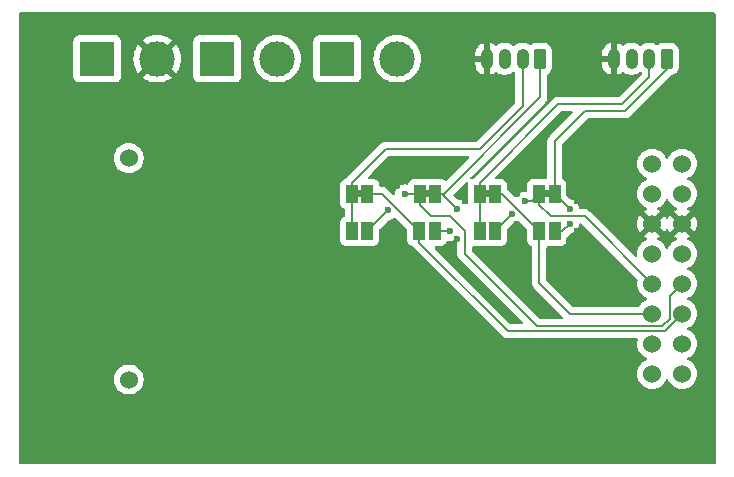
<source format=gbr>
%TF.GenerationSoftware,KiCad,Pcbnew,8.0.1*%
%TF.CreationDate,2024-09-05T21:12:14+03:00*%
%TF.ProjectId,eth-uart-breakout,6574682d-7561-4727-942d-627265616b6f,rev?*%
%TF.SameCoordinates,Original*%
%TF.FileFunction,Copper,L2,Bot*%
%TF.FilePolarity,Positive*%
%FSLAX46Y46*%
G04 Gerber Fmt 4.6, Leading zero omitted, Abs format (unit mm)*
G04 Created by KiCad (PCBNEW 8.0.1) date 2024-09-05 21:12:14*
%MOMM*%
%LPD*%
G01*
G04 APERTURE LIST*
G04 Aperture macros list*
%AMRoundRect*
0 Rectangle with rounded corners*
0 $1 Rounding radius*
0 $2 $3 $4 $5 $6 $7 $8 $9 X,Y pos of 4 corners*
0 Add a 4 corners polygon primitive as box body*
4,1,4,$2,$3,$4,$5,$6,$7,$8,$9,$2,$3,0*
0 Add four circle primitives for the rounded corners*
1,1,$1+$1,$2,$3*
1,1,$1+$1,$4,$5*
1,1,$1+$1,$6,$7*
1,1,$1+$1,$8,$9*
0 Add four rect primitives between the rounded corners*
20,1,$1+$1,$2,$3,$4,$5,0*
20,1,$1+$1,$4,$5,$6,$7,0*
20,1,$1+$1,$6,$7,$8,$9,0*
20,1,$1+$1,$8,$9,$2,$3,0*%
G04 Aperture macros list end*
%TA.AperFunction,EtchedComponent*%
%ADD10C,0.000000*%
%TD*%
%TA.AperFunction,ComponentPad*%
%ADD11RoundRect,0.250000X0.265000X0.615000X-0.265000X0.615000X-0.265000X-0.615000X0.265000X-0.615000X0*%
%TD*%
%TA.AperFunction,ComponentPad*%
%ADD12O,1.030000X1.730000*%
%TD*%
%TA.AperFunction,ComponentPad*%
%ADD13R,3.000000X3.000000*%
%TD*%
%TA.AperFunction,ComponentPad*%
%ADD14C,3.000000*%
%TD*%
%TA.AperFunction,ComponentPad*%
%ADD15C,1.524000*%
%TD*%
%TA.AperFunction,SMDPad,CuDef*%
%ADD16R,1.000000X1.500000*%
%TD*%
%TA.AperFunction,ViaPad*%
%ADD17C,0.600000*%
%TD*%
%TA.AperFunction,Conductor*%
%ADD18C,0.200000*%
%TD*%
G04 APERTURE END LIST*
D10*
%TA.AperFunction,EtchedComponent*%
%TO.C,JP1*%
G36*
X86655000Y-72690000D02*
G01*
X86155000Y-72690000D01*
X86155000Y-72090000D01*
X86655000Y-72090000D01*
X86655000Y-72690000D01*
G37*
%TD.AperFunction*%
%TA.AperFunction,EtchedComponent*%
%TO.C,JP3*%
G36*
X96755000Y-72690000D02*
G01*
X96255000Y-72690000D01*
X96255000Y-72090000D01*
X96755000Y-72090000D01*
X96755000Y-72690000D01*
G37*
%TD.AperFunction*%
%TA.AperFunction,EtchedComponent*%
%TO.C,JP2*%
G36*
X80910000Y-72690000D02*
G01*
X80410000Y-72690000D01*
X80410000Y-72090000D01*
X80910000Y-72090000D01*
X80910000Y-72690000D01*
G37*
%TD.AperFunction*%
%TA.AperFunction,EtchedComponent*%
%TO.C,JP4*%
G36*
X91705000Y-72690000D02*
G01*
X91205000Y-72690000D01*
X91205000Y-72090000D01*
X91705000Y-72090000D01*
X91705000Y-72690000D01*
G37*
%TD.AperFunction*%
%TD*%
D11*
%TO.P,J2,1,Pin_1*%
%TO.N,/jst_conn1/TX*%
X106680000Y-60960000D03*
D12*
%TO.P,J2,2,Pin_2*%
%TO.N,/jst_conn1/RX*%
X105180000Y-60960000D03*
%TO.P,J2,3,Pin_3*%
%TO.N,/jst_conn1/VCC*%
X103680000Y-60960000D03*
%TO.P,J2,4,Pin_4*%
%TO.N,GND*%
X102180000Y-60960000D03*
%TD*%
D13*
%TO.P,J4,1,Pin_1*%
%TO.N,+5V*%
X68580000Y-60960000D03*
D14*
%TO.P,J4,2,Pin_2*%
%TO.N,/jst_conn/VCC*%
X73660000Y-60960000D03*
%TD*%
D13*
%TO.P,J3,1,Pin_1*%
%TO.N,+5V*%
X58420000Y-60960000D03*
D14*
%TO.P,J3,2,Pin_2*%
%TO.N,GND*%
X63500000Y-60960000D03*
%TD*%
D15*
%TO.P,U1,1,5V*%
%TO.N,+5V*%
X107950000Y-69850000D03*
%TO.P,U1,2,5V*%
X105410000Y-69850000D03*
%TO.P,U1,3,3V3*%
%TO.N,unconnected-(U1-3V3-Pad3)*%
X107950000Y-72390000D03*
%TO.P,U1,4,3V3*%
%TO.N,unconnected-(U1-3V3-Pad4)*%
X105410000Y-72390000D03*
%TO.P,U1,5,GND*%
%TO.N,GND*%
X107950000Y-74930000D03*
%TO.P,U1,6,GND*%
X105410000Y-74930000D03*
%TO.P,U1,7,RST1*%
%TO.N,unconnected-(U1-RST1-Pad7)*%
X107950000Y-77470000D03*
%TO.P,U1,8,RESET*%
%TO.N,unconnected-(U1-RESET-Pad8)*%
X105410000Y-77470000D03*
%TO.P,U1,9,TXD1*%
%TO.N,Net-(JP1-A)*%
X107950000Y-80010000D03*
%TO.P,U1,10,TXD2*%
%TO.N,Net-(JP3-A)*%
X105410000Y-80010000D03*
%TO.P,U1,11,RXD1*%
%TO.N,Net-(JP2-A)*%
X107950000Y-82550000D03*
%TO.P,U1,12,RXD2*%
%TO.N,Net-(JP4-A)*%
X105410000Y-82550000D03*
%TO.P,U1,13,CFG0*%
%TO.N,unconnected-(U1-CFG0-Pad13)*%
X107950000Y-85090000D03*
%TO.P,U1,14,RUN*%
%TO.N,unconnected-(U1-RUN-Pad14)*%
X105410000Y-85090000D03*
%TO.P,U1,15,DIR1*%
%TO.N,unconnected-(U1-DIR1-Pad15)*%
X107950000Y-87630000D03*
%TO.P,U1,16,DIR2*%
%TO.N,unconnected-(U1-DIR2-Pad16)*%
X105410000Y-87630000D03*
%TO.P,U1,17,NC*%
%TO.N,unconnected-(U1-NC-Pad17)*%
X61100000Y-69365000D03*
%TO.P,U1,18,NC*%
%TO.N,unconnected-(U1-NC-Pad18)*%
X61100000Y-88115000D03*
%TD*%
D13*
%TO.P,J5,1,Pin_1*%
%TO.N,+5V*%
X78740000Y-60960000D03*
D14*
%TO.P,J5,2,Pin_2*%
%TO.N,/jst_conn1/VCC*%
X83820000Y-60960000D03*
%TD*%
D11*
%TO.P,J1,1,Pin_1*%
%TO.N,/jst_conn/TX*%
X95940000Y-60960000D03*
D12*
%TO.P,J1,2,Pin_2*%
%TO.N,/jst_conn/RX*%
X94440000Y-60960000D03*
%TO.P,J1,3,Pin_3*%
%TO.N,/jst_conn/VCC*%
X92940000Y-60960000D03*
%TO.P,J1,4,Pin_4*%
%TO.N,GND*%
X91440000Y-60960000D03*
%TD*%
D16*
%TO.P,JP7,1,A*%
%TO.N,Net-(JP3-A)*%
X92105000Y-75565000D03*
%TO.P,JP7,2,B*%
%TO.N,/jst_conn1/RX*%
X90805000Y-75565000D03*
%TD*%
%TO.P,JP1,1,A*%
%TO.N,Net-(JP1-A)*%
X85755000Y-72390000D03*
%TO.P,JP1,2,B*%
%TO.N,/jst_conn/TX*%
X87055000Y-72390000D03*
%TD*%
%TO.P,JP8,1,A*%
%TO.N,Net-(JP4-A)*%
X95855000Y-75565000D03*
%TO.P,JP8,2,B*%
%TO.N,/jst_conn1/TX*%
X97155000Y-75565000D03*
%TD*%
%TO.P,JP6,1,A*%
%TO.N,Net-(JP1-A)*%
X81295000Y-75565000D03*
%TO.P,JP6,2,B*%
%TO.N,/jst_conn/RX*%
X79995000Y-75565000D03*
%TD*%
%TO.P,JP5,1,A*%
%TO.N,Net-(JP2-A)*%
X85695000Y-75565000D03*
%TO.P,JP5,2,B*%
%TO.N,/jst_conn/TX*%
X86995000Y-75565000D03*
%TD*%
%TO.P,JP3,1,A*%
%TO.N,Net-(JP3-A)*%
X95855000Y-72390000D03*
%TO.P,JP3,2,B*%
%TO.N,/jst_conn1/TX*%
X97155000Y-72390000D03*
%TD*%
%TO.P,JP2,1,A*%
%TO.N,Net-(JP2-A)*%
X81310000Y-72390000D03*
%TO.P,JP2,2,B*%
%TO.N,/jst_conn/RX*%
X80010000Y-72390000D03*
%TD*%
%TO.P,JP4,1,A*%
%TO.N,Net-(JP4-A)*%
X92105000Y-72390000D03*
%TO.P,JP4,2,B*%
%TO.N,/jst_conn1/RX*%
X90805000Y-72390000D03*
%TD*%
D17*
%TO.N,/jst_conn/TX*%
X88900000Y-73660000D03*
X88265000Y-75565000D03*
%TO.N,GND*%
X100330000Y-81280000D03*
X75565000Y-70485000D03*
X99060000Y-59690000D03*
X88900000Y-76200000D03*
X53975000Y-89535000D03*
X89535000Y-78740000D03*
X96520000Y-59055000D03*
X102235000Y-72390000D03*
X102235000Y-79375000D03*
X83185000Y-70485000D03*
X83820000Y-71755000D03*
X81915000Y-84455000D03*
X59690000Y-80645000D03*
X78105000Y-81280000D03*
X68580000Y-76200000D03*
X99060000Y-75565000D03*
X100330000Y-87630000D03*
X83185000Y-74930000D03*
X54610000Y-74295000D03*
X88265000Y-60960000D03*
X76200000Y-88265000D03*
X108585000Y-64135000D03*
X94615000Y-59055000D03*
X93345000Y-78740000D03*
X53975000Y-67945000D03*
X93980000Y-74930000D03*
X90805000Y-87630000D03*
X92710000Y-81915000D03*
X89535000Y-73025000D03*
X105410000Y-59055000D03*
X107315000Y-59055000D03*
X53975000Y-83820000D03*
X99060000Y-73025000D03*
X93980000Y-72390000D03*
X95885000Y-81915000D03*
X67945000Y-88900000D03*
X53975000Y-60325000D03*
X99060000Y-78740000D03*
%TO.N,/jst_conn1/TX*%
X98425000Y-73660000D03*
X98425000Y-74930000D03*
%TO.N,Net-(JP1-A)*%
X83063235Y-73781765D03*
X84455000Y-72390000D03*
%TO.N,Net-(JP3-A)*%
X93540735Y-74099265D03*
X94615000Y-73025000D03*
%TD*%
D18*
%TO.N,/jst_conn/TX*%
X95940000Y-60960000D02*
X95940000Y-64205000D01*
X88900000Y-73660000D02*
X87630000Y-72390000D01*
X95940000Y-64205000D02*
X87755000Y-72390000D01*
X87630000Y-72390000D02*
X87055000Y-72390000D01*
X87755000Y-72390000D02*
X87055000Y-72390000D01*
X86995000Y-75565000D02*
X88265000Y-75565000D01*
%TO.N,/jst_conn/RX*%
X80010000Y-72390000D02*
X80010000Y-71440000D01*
X82870000Y-68580000D02*
X90805000Y-68580000D01*
X79995000Y-75565000D02*
X79995000Y-72405000D01*
X79995000Y-72405000D02*
X80010000Y-72390000D01*
X90805000Y-68580000D02*
X94440000Y-64945000D01*
X94440000Y-64945000D02*
X94440000Y-60960000D01*
X80010000Y-71440000D02*
X82870000Y-68580000D01*
%TO.N,/jst_conn1/RX*%
X90805000Y-71440000D02*
X97475000Y-64770000D01*
X90805000Y-72390000D02*
X90805000Y-71440000D01*
X90805000Y-75565000D02*
X90805000Y-72390000D01*
X105180000Y-62460000D02*
X105180000Y-60960000D01*
X97475000Y-64770000D02*
X102870000Y-64770000D01*
X102870000Y-64770000D02*
X105180000Y-62460000D01*
%TO.N,/jst_conn1/TX*%
X97155000Y-67945000D02*
X99695000Y-65405000D01*
X103100000Y-65405000D02*
X106680000Y-61825000D01*
X97790000Y-75565000D02*
X98425000Y-74930000D01*
X97155000Y-75565000D02*
X97790000Y-75565000D01*
X97155000Y-72390000D02*
X97155000Y-67945000D01*
X106680000Y-61825000D02*
X106680000Y-60960000D01*
X99695000Y-65405000D02*
X103100000Y-65405000D01*
X98425000Y-73660000D02*
X97155000Y-72390000D01*
%TO.N,Net-(JP1-A)*%
X106888000Y-82977000D02*
X106888000Y-81072000D01*
X85755000Y-73340000D02*
X86710000Y-74295000D01*
X81295000Y-75565000D02*
X83063235Y-73796765D01*
X83063235Y-73796765D02*
X83063235Y-73781765D01*
X95677000Y-83612000D02*
X106253000Y-83612000D01*
X106888000Y-81072000D02*
X107950000Y-80010000D01*
X84455000Y-72390000D02*
X85755000Y-72390000D01*
X86710000Y-74295000D02*
X88265000Y-74295000D01*
X106253000Y-83612000D02*
X106888000Y-82977000D01*
X85755000Y-72390000D02*
X85755000Y-73340000D01*
X89535000Y-75565000D02*
X89535000Y-77470000D01*
X88265000Y-74295000D02*
X89535000Y-75565000D01*
X89535000Y-77470000D02*
X95677000Y-83612000D01*
%TO.N,Net-(JP2-A)*%
X85695000Y-75565000D02*
X85695000Y-76515000D01*
X81310000Y-72390000D02*
X82520000Y-72390000D01*
X106488000Y-84012000D02*
X107950000Y-82550000D01*
X82520000Y-72390000D02*
X85695000Y-75565000D01*
X85695000Y-76515000D02*
X93192000Y-84012000D01*
X93192000Y-84012000D02*
X106488000Y-84012000D01*
%TO.N,Net-(JP3-A)*%
X93540735Y-74129265D02*
X93540735Y-74099265D01*
X94615000Y-73025000D02*
X95220000Y-73025000D01*
X99695000Y-74295000D02*
X105410000Y-80010000D01*
X95855000Y-73340000D02*
X96810000Y-74295000D01*
X95220000Y-73025000D02*
X95855000Y-72390000D01*
X95855000Y-72390000D02*
X95855000Y-73340000D01*
X96810000Y-74295000D02*
X99695000Y-74295000D01*
X92105000Y-75565000D02*
X93540735Y-74129265D01*
%TO.N,Net-(JP4-A)*%
X95855000Y-79980000D02*
X98425000Y-82550000D01*
X98425000Y-82550000D02*
X105410000Y-82550000D01*
X92680000Y-72390000D02*
X95855000Y-75565000D01*
X95855000Y-75565000D02*
X95855000Y-79980000D01*
X92105000Y-72390000D02*
X92680000Y-72390000D01*
%TD*%
%TA.AperFunction,Conductor*%
%TO.N,GND*%
G36*
X88878599Y-76210467D02*
G01*
X88923814Y-76263735D01*
X88934500Y-76314094D01*
X88934500Y-77383330D01*
X88934499Y-77383348D01*
X88934499Y-77549054D01*
X88934498Y-77549054D01*
X88934499Y-77549057D01*
X88975423Y-77701785D01*
X88975424Y-77701787D01*
X88975423Y-77701787D01*
X88990053Y-77727125D01*
X88990055Y-77727127D01*
X89054479Y-77838714D01*
X89054481Y-77838717D01*
X89173349Y-77957585D01*
X89173355Y-77957590D01*
X94415583Y-83199819D01*
X94449068Y-83261142D01*
X94444084Y-83330834D01*
X94402212Y-83386767D01*
X94336748Y-83411184D01*
X94327902Y-83411500D01*
X93492097Y-83411500D01*
X93425058Y-83391815D01*
X93404416Y-83375181D01*
X87056415Y-77027180D01*
X87022930Y-76965857D01*
X87027914Y-76896165D01*
X87069786Y-76840232D01*
X87135250Y-76815815D01*
X87144096Y-76815499D01*
X87542871Y-76815499D01*
X87542872Y-76815499D01*
X87602483Y-76809091D01*
X87737331Y-76758796D01*
X87852546Y-76672546D01*
X87938796Y-76557331D01*
X87984961Y-76433553D01*
X88026831Y-76377621D01*
X88092295Y-76353203D01*
X88115024Y-76353666D01*
X88179993Y-76360987D01*
X88264997Y-76370565D01*
X88265000Y-76370565D01*
X88265004Y-76370565D01*
X88444249Y-76350369D01*
X88444252Y-76350368D01*
X88444255Y-76350368D01*
X88614522Y-76290789D01*
X88633116Y-76279106D01*
X88724110Y-76221930D01*
X88744528Y-76209100D01*
X88811764Y-76190100D01*
X88878599Y-76210467D01*
G37*
%TD.AperFunction*%
%TA.AperFunction,Conductor*%
G36*
X94171239Y-74734110D02*
G01*
X94190821Y-74750056D01*
X94818181Y-75377416D01*
X94851666Y-75438739D01*
X94854500Y-75465097D01*
X94854500Y-76362870D01*
X94854501Y-76362876D01*
X94860908Y-76422483D01*
X94911202Y-76557328D01*
X94911206Y-76557335D01*
X94997452Y-76672544D01*
X94997455Y-76672547D01*
X95112664Y-76758793D01*
X95112669Y-76758796D01*
X95173833Y-76781608D01*
X95229766Y-76823478D01*
X95254184Y-76888942D01*
X95254500Y-76897790D01*
X95254500Y-79893330D01*
X95254499Y-79893348D01*
X95254499Y-80059054D01*
X95254498Y-80059054D01*
X95295423Y-80211786D01*
X95305977Y-80230064D01*
X95305978Y-80230069D01*
X95305979Y-80230069D01*
X95374475Y-80348709D01*
X95374481Y-80348717D01*
X95493349Y-80467585D01*
X95493355Y-80467590D01*
X97825584Y-82799819D01*
X97859069Y-82861142D01*
X97854085Y-82930834D01*
X97812213Y-82986767D01*
X97746749Y-83011184D01*
X97737903Y-83011500D01*
X95977098Y-83011500D01*
X95910059Y-82991815D01*
X95889417Y-82975181D01*
X90171819Y-77257583D01*
X90138334Y-77196260D01*
X90135500Y-77169902D01*
X90135500Y-76939499D01*
X90155185Y-76872460D01*
X90207989Y-76826705D01*
X90259495Y-76815499D01*
X91352872Y-76815499D01*
X91412483Y-76809091D01*
X91412485Y-76809090D01*
X91412487Y-76809090D01*
X91420031Y-76807308D01*
X91420377Y-76808775D01*
X91481342Y-76804408D01*
X91496378Y-76808822D01*
X91497513Y-76809089D01*
X91497517Y-76809091D01*
X91557127Y-76815500D01*
X92652872Y-76815499D01*
X92712483Y-76809091D01*
X92847331Y-76758796D01*
X92962546Y-76672546D01*
X93048796Y-76557331D01*
X93099091Y-76422483D01*
X93105500Y-76362873D01*
X93105499Y-75465095D01*
X93125183Y-75398057D01*
X93141813Y-75377420D01*
X93593079Y-74926154D01*
X93654400Y-74892671D01*
X93666856Y-74890619D01*
X93719990Y-74884633D01*
X93890257Y-74825054D01*
X93890259Y-74825052D01*
X93890261Y-74825052D01*
X94037168Y-74732744D01*
X94104404Y-74713743D01*
X94171239Y-74734110D01*
G37*
%TD.AperFunction*%
%TA.AperFunction,Conductor*%
G36*
X99461942Y-74915185D02*
G01*
X99482584Y-74931819D01*
X104149084Y-79598320D01*
X104182569Y-79659643D01*
X104181178Y-79718093D01*
X104161932Y-79789924D01*
X104161929Y-79789938D01*
X104142677Y-80009997D01*
X104142677Y-80010002D01*
X104160330Y-80211786D01*
X104161930Y-80230068D01*
X104191991Y-80342259D01*
X104219104Y-80443445D01*
X104219105Y-80443447D01*
X104219106Y-80443450D01*
X104230363Y-80467590D01*
X104312466Y-80643662D01*
X104312468Y-80643666D01*
X104439170Y-80824615D01*
X104439175Y-80824621D01*
X104595378Y-80980824D01*
X104595384Y-80980829D01*
X104776333Y-81107531D01*
X104776335Y-81107532D01*
X104776338Y-81107534D01*
X104869674Y-81151057D01*
X104905189Y-81167618D01*
X104957628Y-81213790D01*
X104976780Y-81280984D01*
X104956564Y-81347865D01*
X104905189Y-81392382D01*
X104776340Y-81452465D01*
X104776338Y-81452466D01*
X104595377Y-81579175D01*
X104439175Y-81735377D01*
X104326271Y-81896623D01*
X104271694Y-81940248D01*
X104224696Y-81949500D01*
X98725097Y-81949500D01*
X98658058Y-81929815D01*
X98637416Y-81913181D01*
X96491819Y-79767584D01*
X96458334Y-79706261D01*
X96455500Y-79679903D01*
X96455500Y-76937243D01*
X96475185Y-76870204D01*
X96527989Y-76824449D01*
X96592756Y-76813954D01*
X96607127Y-76815500D01*
X97702872Y-76815499D01*
X97762483Y-76809091D01*
X97897331Y-76758796D01*
X98012546Y-76672546D01*
X98098796Y-76557331D01*
X98149091Y-76422483D01*
X98155500Y-76362873D01*
X98155499Y-76100097D01*
X98175183Y-76033059D01*
X98191809Y-76012426D01*
X98270520Y-75933716D01*
X98270521Y-75933713D01*
X98443535Y-75760698D01*
X98504856Y-75727215D01*
X98517311Y-75725163D01*
X98604255Y-75715368D01*
X98774522Y-75655789D01*
X98927262Y-75559816D01*
X99054816Y-75432262D01*
X99150789Y-75279522D01*
X99210368Y-75109255D01*
X99210369Y-75109250D01*
X99222046Y-75005616D01*
X99249113Y-74941202D01*
X99306708Y-74901647D01*
X99345266Y-74895500D01*
X99394903Y-74895500D01*
X99461942Y-74915185D01*
G37*
%TD.AperFunction*%
%TA.AperFunction,Conductor*%
G36*
X107569000Y-74980160D02*
G01*
X107594964Y-75077061D01*
X107645124Y-75163940D01*
X107716060Y-75234876D01*
X107802939Y-75285036D01*
X107899840Y-75311000D01*
X107922553Y-75311000D01*
X107251810Y-75981740D01*
X107316589Y-76027098D01*
X107445781Y-76087342D01*
X107498220Y-76133514D01*
X107517372Y-76200708D01*
X107497156Y-76267589D01*
X107445781Y-76312106D01*
X107316340Y-76372465D01*
X107316338Y-76372466D01*
X107135377Y-76499175D01*
X106979175Y-76655377D01*
X106852466Y-76836338D01*
X106852465Y-76836340D01*
X106792382Y-76965189D01*
X106746209Y-77017628D01*
X106679016Y-77036780D01*
X106612135Y-77016564D01*
X106567618Y-76965189D01*
X106524750Y-76873259D01*
X106507534Y-76836339D01*
X106444180Y-76745859D01*
X106380827Y-76655381D01*
X106380823Y-76655377D01*
X106224620Y-76499174D01*
X106224616Y-76499171D01*
X106224615Y-76499170D01*
X106043666Y-76372468D01*
X106043662Y-76372466D01*
X105914218Y-76312105D01*
X105861779Y-76265932D01*
X105842627Y-76198739D01*
X105862843Y-76131858D01*
X105914219Y-76087340D01*
X106043416Y-76027095D01*
X106043417Y-76027094D01*
X106108188Y-75981741D01*
X105437448Y-75311000D01*
X105460160Y-75311000D01*
X105557061Y-75285036D01*
X105643940Y-75234876D01*
X105714876Y-75163940D01*
X105765036Y-75077061D01*
X105791000Y-74980160D01*
X105791000Y-74957447D01*
X106461741Y-75628188D01*
X106507094Y-75563417D01*
X106507100Y-75563407D01*
X106567618Y-75433627D01*
X106613790Y-75381187D01*
X106680983Y-75362035D01*
X106747865Y-75382251D01*
X106792382Y-75433627D01*
X106852898Y-75563405D01*
X106852901Y-75563411D01*
X106898258Y-75628187D01*
X106898259Y-75628188D01*
X107569000Y-74957447D01*
X107569000Y-74980160D01*
G37*
%TD.AperFunction*%
%TA.AperFunction,Conductor*%
G36*
X106747865Y-72843435D02*
G01*
X106792382Y-72894811D01*
X106852464Y-73023658D01*
X106852468Y-73023666D01*
X106979170Y-73204615D01*
X106979175Y-73204621D01*
X107135378Y-73360824D01*
X107135384Y-73360829D01*
X107316333Y-73487531D01*
X107316335Y-73487532D01*
X107316338Y-73487534D01*
X107415080Y-73533578D01*
X107445781Y-73547894D01*
X107498220Y-73594066D01*
X107517372Y-73661260D01*
X107497156Y-73728141D01*
X107445781Y-73772658D01*
X107316590Y-73832901D01*
X107251811Y-73878258D01*
X107922553Y-74549000D01*
X107899840Y-74549000D01*
X107802939Y-74574964D01*
X107716060Y-74625124D01*
X107645124Y-74696060D01*
X107594964Y-74782939D01*
X107569000Y-74879840D01*
X107569000Y-74902553D01*
X106898258Y-74231811D01*
X106852901Y-74296590D01*
X106792382Y-74426373D01*
X106746209Y-74478812D01*
X106679016Y-74497964D01*
X106612135Y-74477748D01*
X106567618Y-74426373D01*
X106507096Y-74296586D01*
X106461741Y-74231811D01*
X106461740Y-74231810D01*
X105791000Y-74902551D01*
X105791000Y-74879840D01*
X105765036Y-74782939D01*
X105714876Y-74696060D01*
X105643940Y-74625124D01*
X105557061Y-74574964D01*
X105460160Y-74549000D01*
X105437448Y-74549000D01*
X106108188Y-73878259D01*
X106108187Y-73878258D01*
X106043411Y-73832901D01*
X106043405Y-73832898D01*
X105914219Y-73772658D01*
X105861779Y-73726486D01*
X105842627Y-73659293D01*
X105862843Y-73592411D01*
X105914219Y-73547894D01*
X105926700Y-73542074D01*
X106043662Y-73487534D01*
X106224620Y-73360826D01*
X106380826Y-73204620D01*
X106507534Y-73023662D01*
X106567618Y-72894811D01*
X106613790Y-72842371D01*
X106680983Y-72823219D01*
X106747865Y-72843435D01*
G37*
%TD.AperFunction*%
%TA.AperFunction,Conductor*%
G36*
X89746575Y-71350173D02*
G01*
X89802508Y-71392045D01*
X89826925Y-71457509D01*
X89819424Y-71509687D01*
X89810908Y-71532519D01*
X89806300Y-71575381D01*
X89804501Y-71592123D01*
X89804500Y-71592135D01*
X89804500Y-73164482D01*
X89784815Y-73231521D01*
X89732011Y-73277276D01*
X89662853Y-73287220D01*
X89599297Y-73258195D01*
X89575508Y-73230456D01*
X89529816Y-73157738D01*
X89402262Y-73030184D01*
X89391876Y-73023658D01*
X89249521Y-72934210D01*
X89079249Y-72874630D01*
X88992330Y-72864837D01*
X88927916Y-72837770D01*
X88918533Y-72829298D01*
X88629415Y-72540180D01*
X88595930Y-72478857D01*
X88600914Y-72409165D01*
X88629411Y-72364823D01*
X89615561Y-71378672D01*
X89676883Y-71345189D01*
X89746575Y-71350173D01*
G37*
%TD.AperFunction*%
%TA.AperFunction,Conductor*%
G36*
X98647942Y-65390185D02*
G01*
X98693697Y-65442989D01*
X98703641Y-65512147D01*
X98674616Y-65575703D01*
X98668584Y-65582181D01*
X96786286Y-67464478D01*
X96674481Y-67576282D01*
X96674479Y-67576285D01*
X96624361Y-67663094D01*
X96624359Y-67663096D01*
X96595425Y-67713209D01*
X96595424Y-67713210D01*
X96595423Y-67713215D01*
X96554499Y-67865943D01*
X96554499Y-67865945D01*
X96554499Y-68034046D01*
X96554500Y-68034059D01*
X96554500Y-71017756D01*
X96534815Y-71084795D01*
X96482011Y-71130550D01*
X96417247Y-71141045D01*
X96402873Y-71139500D01*
X96402864Y-71139500D01*
X95307129Y-71139500D01*
X95307123Y-71139501D01*
X95247516Y-71145908D01*
X95112671Y-71196202D01*
X95112664Y-71196206D01*
X94997455Y-71282452D01*
X94997452Y-71282455D01*
X94911206Y-71397664D01*
X94911202Y-71397671D01*
X94860908Y-71532517D01*
X94856300Y-71575381D01*
X94854501Y-71592123D01*
X94854500Y-71592135D01*
X94854500Y-72107663D01*
X94834815Y-72174702D01*
X94782011Y-72220457D01*
X94716618Y-72230883D01*
X94615005Y-72219435D01*
X94614996Y-72219435D01*
X94435750Y-72239630D01*
X94435745Y-72239631D01*
X94265476Y-72299211D01*
X94112737Y-72395184D01*
X93985184Y-72522737D01*
X93943190Y-72589571D01*
X93890855Y-72635862D01*
X93821801Y-72646510D01*
X93757953Y-72618135D01*
X93750515Y-72611280D01*
X93167590Y-72028355D01*
X93167588Y-72028352D01*
X93141818Y-72002582D01*
X93108333Y-71941259D01*
X93105499Y-71914901D01*
X93105499Y-71592129D01*
X93105498Y-71592123D01*
X93105497Y-71592116D01*
X93099091Y-71532517D01*
X93056815Y-71419170D01*
X93048797Y-71397671D01*
X93048793Y-71397664D01*
X92962547Y-71282455D01*
X92962544Y-71282452D01*
X92847335Y-71196206D01*
X92847328Y-71196202D01*
X92712482Y-71145908D01*
X92712483Y-71145908D01*
X92652883Y-71139501D01*
X92652881Y-71139500D01*
X92652873Y-71139500D01*
X92652865Y-71139500D01*
X92254096Y-71139500D01*
X92187057Y-71119815D01*
X92141302Y-71067011D01*
X92131358Y-70997853D01*
X92160383Y-70934297D01*
X92166415Y-70927819D01*
X94849138Y-68245097D01*
X97687416Y-65406819D01*
X97748739Y-65373334D01*
X97775097Y-65370500D01*
X98580903Y-65370500D01*
X98647942Y-65390185D01*
G37*
%TD.AperFunction*%
%TA.AperFunction,Conductor*%
G36*
X89882942Y-69200185D02*
G01*
X89928697Y-69252989D01*
X89938641Y-69322147D01*
X89909616Y-69385703D01*
X89903584Y-69392181D01*
X88046148Y-71249615D01*
X87984825Y-71283100D01*
X87915133Y-71278116D01*
X87884156Y-71261201D01*
X87797331Y-71196204D01*
X87797328Y-71196202D01*
X87662482Y-71145908D01*
X87662483Y-71145908D01*
X87602883Y-71139501D01*
X87602881Y-71139500D01*
X87602873Y-71139500D01*
X87602864Y-71139500D01*
X86507129Y-71139500D01*
X86507123Y-71139501D01*
X86447520Y-71145908D01*
X86439974Y-71147692D01*
X86439628Y-71146230D01*
X86378622Y-71150584D01*
X86363600Y-71146172D01*
X86362482Y-71145908D01*
X86302883Y-71139501D01*
X86302881Y-71139500D01*
X86302873Y-71139500D01*
X86302864Y-71139500D01*
X85207129Y-71139500D01*
X85207123Y-71139501D01*
X85147516Y-71145908D01*
X85012671Y-71196202D01*
X85012664Y-71196206D01*
X84897455Y-71282452D01*
X84897452Y-71282455D01*
X84811206Y-71397664D01*
X84811202Y-71397671D01*
X84763828Y-71524688D01*
X84721956Y-71580622D01*
X84656492Y-71605039D01*
X84633763Y-71604575D01*
X84455004Y-71584435D01*
X84454996Y-71584435D01*
X84275750Y-71604630D01*
X84275745Y-71604631D01*
X84105476Y-71664211D01*
X83952737Y-71760184D01*
X83825184Y-71887737D01*
X83729211Y-72040476D01*
X83669631Y-72210745D01*
X83669630Y-72210750D01*
X83649890Y-72385956D01*
X83622824Y-72450370D01*
X83565229Y-72489926D01*
X83495392Y-72492063D01*
X83438989Y-72459754D01*
X83007590Y-72028355D01*
X83007588Y-72028352D01*
X82888717Y-71909481D01*
X82888716Y-71909480D01*
X82777766Y-71845423D01*
X82777766Y-71845422D01*
X82777761Y-71845421D01*
X82768696Y-71840187D01*
X82751786Y-71830423D01*
X82713603Y-71820192D01*
X82599057Y-71789499D01*
X82440943Y-71789499D01*
X82434499Y-71789499D01*
X82367460Y-71769814D01*
X82321705Y-71717010D01*
X82310499Y-71665499D01*
X82310499Y-71592129D01*
X82310498Y-71592123D01*
X82310497Y-71592116D01*
X82304091Y-71532517D01*
X82261815Y-71419170D01*
X82253797Y-71397671D01*
X82253793Y-71397664D01*
X82167547Y-71282455D01*
X82167544Y-71282452D01*
X82052335Y-71196206D01*
X82052328Y-71196202D01*
X81917482Y-71145908D01*
X81917483Y-71145908D01*
X81857883Y-71139501D01*
X81857881Y-71139500D01*
X81857873Y-71139500D01*
X81857865Y-71139500D01*
X81459096Y-71139500D01*
X81392057Y-71119815D01*
X81346302Y-71067011D01*
X81336358Y-70997853D01*
X81365383Y-70934297D01*
X81371415Y-70927819D01*
X81666912Y-70632323D01*
X83082417Y-69216819D01*
X83143740Y-69183334D01*
X83170098Y-69180500D01*
X89815903Y-69180500D01*
X89882942Y-69200185D01*
G37*
%TD.AperFunction*%
%TA.AperFunction,Conductor*%
G36*
X110722539Y-57040185D02*
G01*
X110768294Y-57092989D01*
X110779500Y-57144500D01*
X110779500Y-95180500D01*
X110759815Y-95247539D01*
X110707011Y-95293294D01*
X110655500Y-95304500D01*
X51904500Y-95304500D01*
X51837461Y-95284815D01*
X51791706Y-95232011D01*
X51780500Y-95180500D01*
X51780500Y-88115002D01*
X59832677Y-88115002D01*
X59851929Y-88335062D01*
X59851930Y-88335070D01*
X59909104Y-88548445D01*
X59909105Y-88548447D01*
X59909106Y-88548450D01*
X59992613Y-88727533D01*
X60002466Y-88748662D01*
X60002468Y-88748666D01*
X60129170Y-88929615D01*
X60129175Y-88929621D01*
X60285378Y-89085824D01*
X60285384Y-89085829D01*
X60466333Y-89212531D01*
X60466335Y-89212532D01*
X60466338Y-89212534D01*
X60666550Y-89305894D01*
X60879932Y-89363070D01*
X61037123Y-89376822D01*
X61099998Y-89382323D01*
X61100000Y-89382323D01*
X61100002Y-89382323D01*
X61155017Y-89377509D01*
X61320068Y-89363070D01*
X61533450Y-89305894D01*
X61733662Y-89212534D01*
X61914620Y-89085826D01*
X62070826Y-88929620D01*
X62197534Y-88748662D01*
X62290894Y-88548450D01*
X62348070Y-88335068D01*
X62367323Y-88115000D01*
X62364561Y-88083435D01*
X62348070Y-87894937D01*
X62348070Y-87894932D01*
X62290894Y-87681550D01*
X62197534Y-87481339D01*
X62070826Y-87300380D01*
X61914620Y-87144174D01*
X61914616Y-87144171D01*
X61914615Y-87144170D01*
X61733666Y-87017468D01*
X61733662Y-87017466D01*
X61688355Y-86996339D01*
X61533450Y-86924106D01*
X61533447Y-86924105D01*
X61533445Y-86924104D01*
X61320070Y-86866930D01*
X61320062Y-86866929D01*
X61100002Y-86847677D01*
X61099998Y-86847677D01*
X60879937Y-86866929D01*
X60879929Y-86866930D01*
X60666554Y-86924104D01*
X60666548Y-86924107D01*
X60466340Y-87017465D01*
X60466338Y-87017466D01*
X60285377Y-87144175D01*
X60129175Y-87300377D01*
X60002466Y-87481338D01*
X60002465Y-87481340D01*
X59909107Y-87681548D01*
X59909104Y-87681554D01*
X59851930Y-87894929D01*
X59851929Y-87894937D01*
X59832677Y-88114997D01*
X59832677Y-88115002D01*
X51780500Y-88115002D01*
X51780500Y-76362870D01*
X78994500Y-76362870D01*
X78994501Y-76362876D01*
X79000908Y-76422483D01*
X79051202Y-76557328D01*
X79051206Y-76557335D01*
X79137452Y-76672544D01*
X79137455Y-76672547D01*
X79252664Y-76758793D01*
X79252671Y-76758797D01*
X79387517Y-76809091D01*
X79387516Y-76809091D01*
X79394444Y-76809835D01*
X79447127Y-76815500D01*
X80542872Y-76815499D01*
X80602483Y-76809091D01*
X80602485Y-76809090D01*
X80602487Y-76809090D01*
X80610031Y-76807308D01*
X80610377Y-76808775D01*
X80671342Y-76804408D01*
X80686378Y-76808822D01*
X80687513Y-76809089D01*
X80687517Y-76809091D01*
X80747127Y-76815500D01*
X81842872Y-76815499D01*
X81902483Y-76809091D01*
X82037331Y-76758796D01*
X82152546Y-76672546D01*
X82238796Y-76557331D01*
X82289091Y-76422483D01*
X82295500Y-76362873D01*
X82295499Y-75465095D01*
X82315183Y-75398057D01*
X82331813Y-75377420D01*
X83098674Y-74610559D01*
X83159995Y-74577076D01*
X83172451Y-74575024D01*
X83242490Y-74567133D01*
X83412757Y-74507554D01*
X83412759Y-74507552D01*
X83412761Y-74507552D01*
X83559668Y-74415244D01*
X83626904Y-74396243D01*
X83693739Y-74416610D01*
X83713321Y-74432556D01*
X84658181Y-75377416D01*
X84691666Y-75438739D01*
X84694500Y-75465097D01*
X84694500Y-76362870D01*
X84694501Y-76362876D01*
X84700908Y-76422483D01*
X84751202Y-76557328D01*
X84751206Y-76557335D01*
X84837452Y-76672544D01*
X84837455Y-76672547D01*
X84952664Y-76758793D01*
X84952671Y-76758797D01*
X85087517Y-76809091D01*
X85087516Y-76809091D01*
X85114311Y-76811972D01*
X85178862Y-76838710D01*
X85208442Y-76873259D01*
X85214477Y-76883712D01*
X85214481Y-76883717D01*
X85333349Y-77002585D01*
X85333355Y-77002590D01*
X92707139Y-84376374D01*
X92707149Y-84376385D01*
X92711479Y-84380715D01*
X92711480Y-84380716D01*
X92823284Y-84492520D01*
X92852186Y-84509206D01*
X92910095Y-84542639D01*
X92910097Y-84542641D01*
X92948151Y-84564611D01*
X92960215Y-84571577D01*
X93112943Y-84612500D01*
X93271057Y-84612500D01*
X104069309Y-84612500D01*
X104136348Y-84632185D01*
X104182103Y-84684989D01*
X104192047Y-84754147D01*
X104189084Y-84768594D01*
X104161930Y-84869930D01*
X104161929Y-84869937D01*
X104142677Y-85089997D01*
X104142677Y-85090002D01*
X104161929Y-85310062D01*
X104161930Y-85310070D01*
X104219104Y-85523445D01*
X104219105Y-85523447D01*
X104219106Y-85523450D01*
X104252382Y-85594811D01*
X104312466Y-85723662D01*
X104312468Y-85723666D01*
X104439170Y-85904615D01*
X104439175Y-85904621D01*
X104595378Y-86060824D01*
X104595384Y-86060829D01*
X104776333Y-86187531D01*
X104776335Y-86187532D01*
X104776338Y-86187534D01*
X104895748Y-86243215D01*
X104905189Y-86247618D01*
X104957628Y-86293790D01*
X104976780Y-86360984D01*
X104956564Y-86427865D01*
X104905189Y-86472382D01*
X104776340Y-86532465D01*
X104776338Y-86532466D01*
X104595377Y-86659175D01*
X104439175Y-86815377D01*
X104312466Y-86996338D01*
X104312465Y-86996340D01*
X104219107Y-87196548D01*
X104219104Y-87196554D01*
X104161930Y-87409929D01*
X104161929Y-87409937D01*
X104142677Y-87629997D01*
X104142677Y-87630002D01*
X104161929Y-87850062D01*
X104161930Y-87850070D01*
X104219104Y-88063445D01*
X104219105Y-88063447D01*
X104219106Y-88063450D01*
X104243143Y-88114997D01*
X104312466Y-88263662D01*
X104312468Y-88263666D01*
X104439170Y-88444615D01*
X104439175Y-88444621D01*
X104595378Y-88600824D01*
X104595384Y-88600829D01*
X104776333Y-88727531D01*
X104776335Y-88727532D01*
X104776338Y-88727534D01*
X104976550Y-88820894D01*
X105189932Y-88878070D01*
X105347123Y-88891822D01*
X105409998Y-88897323D01*
X105410000Y-88897323D01*
X105410002Y-88897323D01*
X105465017Y-88892509D01*
X105630068Y-88878070D01*
X105843450Y-88820894D01*
X106043662Y-88727534D01*
X106224620Y-88600826D01*
X106380826Y-88444620D01*
X106507534Y-88263662D01*
X106567618Y-88134811D01*
X106613790Y-88082371D01*
X106680983Y-88063219D01*
X106747865Y-88083435D01*
X106792382Y-88134811D01*
X106852464Y-88263658D01*
X106852468Y-88263666D01*
X106979170Y-88444615D01*
X106979175Y-88444621D01*
X107135378Y-88600824D01*
X107135384Y-88600829D01*
X107316333Y-88727531D01*
X107316335Y-88727532D01*
X107316338Y-88727534D01*
X107516550Y-88820894D01*
X107729932Y-88878070D01*
X107887123Y-88891822D01*
X107949998Y-88897323D01*
X107950000Y-88897323D01*
X107950002Y-88897323D01*
X108005017Y-88892509D01*
X108170068Y-88878070D01*
X108383450Y-88820894D01*
X108583662Y-88727534D01*
X108764620Y-88600826D01*
X108920826Y-88444620D01*
X109047534Y-88263662D01*
X109140894Y-88063450D01*
X109198070Y-87850068D01*
X109217323Y-87630000D01*
X109198070Y-87409932D01*
X109140894Y-87196550D01*
X109047534Y-86996339D01*
X108984180Y-86905859D01*
X108920827Y-86815381D01*
X108920823Y-86815377D01*
X108764620Y-86659174D01*
X108764616Y-86659171D01*
X108764615Y-86659170D01*
X108583666Y-86532468D01*
X108583658Y-86532464D01*
X108454811Y-86472382D01*
X108402371Y-86426210D01*
X108383219Y-86359017D01*
X108403435Y-86292135D01*
X108454811Y-86247618D01*
X108460802Y-86244824D01*
X108583662Y-86187534D01*
X108764620Y-86060826D01*
X108920826Y-85904620D01*
X109047534Y-85723662D01*
X109140894Y-85523450D01*
X109198070Y-85310068D01*
X109217323Y-85090000D01*
X109198070Y-84869932D01*
X109140894Y-84656550D01*
X109047534Y-84456339D01*
X108920826Y-84275380D01*
X108764620Y-84119174D01*
X108764616Y-84119171D01*
X108764615Y-84119170D01*
X108583666Y-83992468D01*
X108583658Y-83992464D01*
X108454811Y-83932382D01*
X108402371Y-83886210D01*
X108383219Y-83819017D01*
X108403435Y-83752135D01*
X108454811Y-83707618D01*
X108460802Y-83704824D01*
X108583662Y-83647534D01*
X108764620Y-83520826D01*
X108920826Y-83364620D01*
X109047534Y-83183662D01*
X109140894Y-82983450D01*
X109198070Y-82770068D01*
X109217323Y-82550000D01*
X109198070Y-82329932D01*
X109140894Y-82116550D01*
X109047534Y-81916339D01*
X108920826Y-81735380D01*
X108764620Y-81579174D01*
X108764616Y-81579171D01*
X108764615Y-81579170D01*
X108583666Y-81452468D01*
X108583658Y-81452464D01*
X108454811Y-81392382D01*
X108402371Y-81346210D01*
X108383219Y-81279017D01*
X108403435Y-81212135D01*
X108454811Y-81167618D01*
X108460802Y-81164824D01*
X108583662Y-81107534D01*
X108764620Y-80980826D01*
X108920826Y-80824620D01*
X109047534Y-80643662D01*
X109140894Y-80443450D01*
X109198070Y-80230068D01*
X109217323Y-80010000D01*
X109198070Y-79789932D01*
X109140894Y-79576550D01*
X109047534Y-79376339D01*
X108920826Y-79195380D01*
X108764620Y-79039174D01*
X108764616Y-79039171D01*
X108764615Y-79039170D01*
X108583666Y-78912468D01*
X108583658Y-78912464D01*
X108454811Y-78852382D01*
X108402371Y-78806210D01*
X108383219Y-78739017D01*
X108403435Y-78672135D01*
X108454811Y-78627618D01*
X108460802Y-78624824D01*
X108583662Y-78567534D01*
X108764620Y-78440826D01*
X108920826Y-78284620D01*
X109047534Y-78103662D01*
X109140894Y-77903450D01*
X109198070Y-77690068D01*
X109217323Y-77470000D01*
X109198070Y-77249932D01*
X109140894Y-77036550D01*
X109047534Y-76836339D01*
X108984180Y-76745859D01*
X108920827Y-76655381D01*
X108920823Y-76655377D01*
X108764620Y-76499174D01*
X108764616Y-76499171D01*
X108764615Y-76499170D01*
X108583666Y-76372468D01*
X108583662Y-76372466D01*
X108454218Y-76312105D01*
X108401779Y-76265932D01*
X108382627Y-76198739D01*
X108402843Y-76131858D01*
X108454219Y-76087340D01*
X108583416Y-76027095D01*
X108583417Y-76027094D01*
X108648188Y-75981741D01*
X107977448Y-75311000D01*
X108000160Y-75311000D01*
X108097061Y-75285036D01*
X108183940Y-75234876D01*
X108254876Y-75163940D01*
X108305036Y-75077061D01*
X108331000Y-74980160D01*
X108331000Y-74957447D01*
X109001741Y-75628188D01*
X109047094Y-75563417D01*
X109047100Y-75563407D01*
X109140419Y-75363284D01*
X109140424Y-75363270D01*
X109197573Y-75149986D01*
X109197575Y-75149976D01*
X109216821Y-74930000D01*
X109216821Y-74929999D01*
X109197575Y-74710023D01*
X109197573Y-74710013D01*
X109140424Y-74496729D01*
X109140420Y-74496720D01*
X109047096Y-74296586D01*
X109001741Y-74231811D01*
X109001740Y-74231810D01*
X108331000Y-74902551D01*
X108331000Y-74879840D01*
X108305036Y-74782939D01*
X108254876Y-74696060D01*
X108183940Y-74625124D01*
X108097061Y-74574964D01*
X108000160Y-74549000D01*
X107977448Y-74549000D01*
X108648188Y-73878259D01*
X108648187Y-73878258D01*
X108583411Y-73832901D01*
X108583405Y-73832898D01*
X108454219Y-73772658D01*
X108401779Y-73726486D01*
X108382627Y-73659293D01*
X108402843Y-73592411D01*
X108454219Y-73547894D01*
X108466700Y-73542074D01*
X108583662Y-73487534D01*
X108764620Y-73360826D01*
X108920826Y-73204620D01*
X109047534Y-73023662D01*
X109140894Y-72823450D01*
X109198070Y-72610068D01*
X109215646Y-72409165D01*
X109217323Y-72390002D01*
X109217323Y-72389997D01*
X109204168Y-72239631D01*
X109198070Y-72169932D01*
X109140894Y-71956550D01*
X109047534Y-71756339D01*
X108970769Y-71646707D01*
X108920827Y-71575381D01*
X108855133Y-71509687D01*
X108764620Y-71419174D01*
X108764616Y-71419171D01*
X108764615Y-71419170D01*
X108583666Y-71292468D01*
X108583658Y-71292464D01*
X108454811Y-71232382D01*
X108402371Y-71186210D01*
X108383219Y-71119017D01*
X108403435Y-71052135D01*
X108454811Y-71007618D01*
X108482074Y-70994905D01*
X108583662Y-70947534D01*
X108764620Y-70820826D01*
X108920826Y-70664620D01*
X109047534Y-70483662D01*
X109140894Y-70283450D01*
X109198070Y-70070068D01*
X109217323Y-69850000D01*
X109198070Y-69629932D01*
X109140894Y-69416550D01*
X109047534Y-69216339D01*
X108920826Y-69035380D01*
X108764620Y-68879174D01*
X108764616Y-68879171D01*
X108764615Y-68879170D01*
X108583666Y-68752468D01*
X108583662Y-68752466D01*
X108538355Y-68731339D01*
X108383450Y-68659106D01*
X108383447Y-68659105D01*
X108383445Y-68659104D01*
X108170070Y-68601930D01*
X108170062Y-68601929D01*
X107950002Y-68582677D01*
X107949998Y-68582677D01*
X107729937Y-68601929D01*
X107729929Y-68601930D01*
X107516554Y-68659104D01*
X107516548Y-68659107D01*
X107316340Y-68752465D01*
X107316338Y-68752466D01*
X107135377Y-68879175D01*
X106979175Y-69035377D01*
X106852466Y-69216338D01*
X106852465Y-69216340D01*
X106792382Y-69345189D01*
X106746209Y-69397628D01*
X106679016Y-69416780D01*
X106612135Y-69396564D01*
X106567618Y-69345189D01*
X106524624Y-69252989D01*
X106507534Y-69216339D01*
X106380826Y-69035380D01*
X106224620Y-68879174D01*
X106224616Y-68879171D01*
X106224615Y-68879170D01*
X106043666Y-68752468D01*
X106043662Y-68752466D01*
X105998355Y-68731339D01*
X105843450Y-68659106D01*
X105843447Y-68659105D01*
X105843445Y-68659104D01*
X105630070Y-68601930D01*
X105630062Y-68601929D01*
X105410002Y-68582677D01*
X105409998Y-68582677D01*
X105189937Y-68601929D01*
X105189929Y-68601930D01*
X104976554Y-68659104D01*
X104976548Y-68659107D01*
X104776340Y-68752465D01*
X104776338Y-68752466D01*
X104595377Y-68879175D01*
X104439175Y-69035377D01*
X104312466Y-69216338D01*
X104312465Y-69216340D01*
X104219107Y-69416548D01*
X104219104Y-69416554D01*
X104161930Y-69629929D01*
X104161929Y-69629937D01*
X104142677Y-69849997D01*
X104142677Y-69850002D01*
X104161929Y-70070062D01*
X104161930Y-70070070D01*
X104219104Y-70283445D01*
X104219105Y-70283447D01*
X104219106Y-70283450D01*
X104302613Y-70462533D01*
X104312466Y-70483662D01*
X104312468Y-70483666D01*
X104439170Y-70664615D01*
X104439175Y-70664621D01*
X104595378Y-70820824D01*
X104595384Y-70820829D01*
X104776333Y-70947531D01*
X104776335Y-70947532D01*
X104776338Y-70947534D01*
X104877926Y-70994905D01*
X104905189Y-71007618D01*
X104957628Y-71053790D01*
X104976780Y-71120984D01*
X104956564Y-71187865D01*
X104905189Y-71232382D01*
X104776340Y-71292465D01*
X104776338Y-71292466D01*
X104595377Y-71419175D01*
X104439175Y-71575377D01*
X104312466Y-71756338D01*
X104312465Y-71756340D01*
X104219107Y-71956548D01*
X104219104Y-71956554D01*
X104161930Y-72169929D01*
X104161929Y-72169937D01*
X104142677Y-72389997D01*
X104142677Y-72390002D01*
X104161929Y-72610062D01*
X104161930Y-72610070D01*
X104219104Y-72823445D01*
X104219105Y-72823447D01*
X104219106Y-72823450D01*
X104312464Y-73023658D01*
X104312466Y-73023662D01*
X104312468Y-73023666D01*
X104439170Y-73204615D01*
X104439175Y-73204621D01*
X104595378Y-73360824D01*
X104595384Y-73360829D01*
X104776333Y-73487531D01*
X104776335Y-73487532D01*
X104776338Y-73487534D01*
X104875080Y-73533578D01*
X104905781Y-73547894D01*
X104958220Y-73594066D01*
X104977372Y-73661260D01*
X104957156Y-73728141D01*
X104905781Y-73772658D01*
X104776590Y-73832901D01*
X104711811Y-73878258D01*
X105382553Y-74549000D01*
X105359840Y-74549000D01*
X105262939Y-74574964D01*
X105176060Y-74625124D01*
X105105124Y-74696060D01*
X105054964Y-74782939D01*
X105029000Y-74879840D01*
X105029000Y-74902553D01*
X104358258Y-74231811D01*
X104312901Y-74296590D01*
X104219579Y-74496720D01*
X104219575Y-74496729D01*
X104162426Y-74710013D01*
X104162424Y-74710023D01*
X104143179Y-74929999D01*
X104143179Y-74930000D01*
X104162424Y-75149976D01*
X104162426Y-75149986D01*
X104219575Y-75363270D01*
X104219580Y-75363284D01*
X104312898Y-75563405D01*
X104312901Y-75563411D01*
X104358258Y-75628187D01*
X104358259Y-75628188D01*
X105029000Y-74957447D01*
X105029000Y-74980160D01*
X105054964Y-75077061D01*
X105105124Y-75163940D01*
X105176060Y-75234876D01*
X105262939Y-75285036D01*
X105359840Y-75311000D01*
X105382553Y-75311000D01*
X104711810Y-75981740D01*
X104776589Y-76027098D01*
X104905781Y-76087342D01*
X104958220Y-76133514D01*
X104977372Y-76200708D01*
X104957156Y-76267589D01*
X104905781Y-76312106D01*
X104776340Y-76372465D01*
X104776338Y-76372466D01*
X104595377Y-76499175D01*
X104439175Y-76655377D01*
X104312466Y-76836338D01*
X104312465Y-76836340D01*
X104219107Y-77036548D01*
X104219104Y-77036554D01*
X104161930Y-77249929D01*
X104161929Y-77249937D01*
X104142677Y-77469997D01*
X104142677Y-77470002D01*
X104153582Y-77594649D01*
X104139815Y-77663149D01*
X104091200Y-77713332D01*
X104023171Y-77729265D01*
X103957328Y-77705890D01*
X103942373Y-77693137D01*
X100182590Y-73933355D01*
X100182588Y-73933352D01*
X100063717Y-73814481D01*
X100063716Y-73814480D01*
X99953400Y-73750789D01*
X99953398Y-73750788D01*
X99926785Y-73735423D01*
X99926784Y-73735422D01*
X99926783Y-73735422D01*
X99858758Y-73717195D01*
X99774057Y-73694499D01*
X99615943Y-73694499D01*
X99608347Y-73694499D01*
X99608331Y-73694500D01*
X99345266Y-73694500D01*
X99278227Y-73674815D01*
X99232472Y-73622011D01*
X99222046Y-73584384D01*
X99210369Y-73480749D01*
X99210368Y-73480745D01*
X99184217Y-73406010D01*
X99150789Y-73310478D01*
X99054816Y-73157738D01*
X98927262Y-73030184D01*
X98916876Y-73023658D01*
X98774521Y-72934210D01*
X98604249Y-72874630D01*
X98517330Y-72864837D01*
X98452916Y-72837770D01*
X98443533Y-72829298D01*
X98191818Y-72577583D01*
X98158333Y-72516260D01*
X98155499Y-72489902D01*
X98155499Y-71592129D01*
X98155498Y-71592123D01*
X98155497Y-71592116D01*
X98149091Y-71532517D01*
X98106815Y-71419170D01*
X98098797Y-71397671D01*
X98098793Y-71397664D01*
X98012547Y-71282455D01*
X98012544Y-71282452D01*
X97897335Y-71196206D01*
X97897328Y-71196202D01*
X97836167Y-71173391D01*
X97780233Y-71131520D01*
X97755816Y-71066056D01*
X97755500Y-71057209D01*
X97755500Y-68245097D01*
X97775185Y-68178058D01*
X97791819Y-68157416D01*
X99907416Y-66041819D01*
X99968739Y-66008334D01*
X99995097Y-66005500D01*
X103013331Y-66005500D01*
X103013347Y-66005501D01*
X103020943Y-66005501D01*
X103179054Y-66005501D01*
X103179057Y-66005501D01*
X103331785Y-65964577D01*
X103381904Y-65935639D01*
X103468716Y-65885520D01*
X103580520Y-65773716D01*
X103580520Y-65773714D01*
X103590728Y-65763507D01*
X103590729Y-65763504D01*
X107001381Y-62352853D01*
X107062702Y-62319370D01*
X107076458Y-62317178D01*
X107097797Y-62314999D01*
X107264334Y-62259814D01*
X107413656Y-62167712D01*
X107537712Y-62043656D01*
X107629814Y-61894334D01*
X107684999Y-61727797D01*
X107695500Y-61625009D01*
X107695499Y-60294992D01*
X107684999Y-60192203D01*
X107629814Y-60025666D01*
X107537712Y-59876344D01*
X107413656Y-59752288D01*
X107264334Y-59660186D01*
X107097797Y-59605001D01*
X107097795Y-59605000D01*
X106995010Y-59594500D01*
X106364998Y-59594500D01*
X106364980Y-59594501D01*
X106262203Y-59605000D01*
X106262200Y-59605001D01*
X106095668Y-59660185D01*
X106095663Y-59660187D01*
X106014789Y-59710071D01*
X105946344Y-59752288D01*
X105946342Y-59752289D01*
X105946337Y-59752293D01*
X105929317Y-59769312D01*
X105867993Y-59802794D01*
X105798301Y-59797807D01*
X105772749Y-59784729D01*
X105661026Y-59710078D01*
X105661013Y-59710071D01*
X105476215Y-59633526D01*
X105476203Y-59633523D01*
X105280022Y-59594500D01*
X105280018Y-59594500D01*
X105079982Y-59594500D01*
X105079977Y-59594500D01*
X104883796Y-59633523D01*
X104883784Y-59633526D01*
X104698986Y-59710071D01*
X104698973Y-59710078D01*
X104532656Y-59821208D01*
X104532652Y-59821211D01*
X104517681Y-59836183D01*
X104456358Y-59869668D01*
X104386666Y-59864684D01*
X104342319Y-59836183D01*
X104327347Y-59821211D01*
X104327343Y-59821208D01*
X104161026Y-59710078D01*
X104161013Y-59710071D01*
X103976215Y-59633526D01*
X103976203Y-59633523D01*
X103780022Y-59594500D01*
X103780018Y-59594500D01*
X103579982Y-59594500D01*
X103579977Y-59594500D01*
X103383796Y-59633523D01*
X103383784Y-59633526D01*
X103198986Y-59710071D01*
X103198973Y-59710078D01*
X103032656Y-59821208D01*
X103032652Y-59821211D01*
X103017327Y-59836537D01*
X102956004Y-59870022D01*
X102886312Y-59865038D01*
X102841965Y-59836537D01*
X102827028Y-59821600D01*
X102827024Y-59821597D01*
X102660789Y-59710522D01*
X102660780Y-59710517D01*
X102476065Y-59634006D01*
X102476057Y-59634004D01*
X102430000Y-59624842D01*
X102430000Y-60693811D01*
X102404116Y-60667927D01*
X102320885Y-60619874D01*
X102228053Y-60595000D01*
X102131947Y-60595000D01*
X102039115Y-60619874D01*
X101955884Y-60667927D01*
X101930000Y-60693811D01*
X101930000Y-59624843D01*
X101929999Y-59624842D01*
X101883942Y-59634004D01*
X101883934Y-59634006D01*
X101699219Y-59710517D01*
X101699210Y-59710522D01*
X101532975Y-59821597D01*
X101532971Y-59821600D01*
X101391600Y-59962971D01*
X101391597Y-59962975D01*
X101280522Y-60129210D01*
X101280517Y-60129219D01*
X101204006Y-60313934D01*
X101204004Y-60313942D01*
X101165000Y-60510026D01*
X101165000Y-60710000D01*
X101913811Y-60710000D01*
X101887927Y-60735884D01*
X101839874Y-60819115D01*
X101815000Y-60911947D01*
X101815000Y-61008053D01*
X101839874Y-61100885D01*
X101887927Y-61184116D01*
X101913811Y-61210000D01*
X101165000Y-61210000D01*
X101165000Y-61409973D01*
X101204004Y-61606057D01*
X101204006Y-61606065D01*
X101280517Y-61790780D01*
X101280522Y-61790789D01*
X101391597Y-61957024D01*
X101391600Y-61957028D01*
X101532971Y-62098399D01*
X101532975Y-62098402D01*
X101699210Y-62209477D01*
X101699223Y-62209484D01*
X101883929Y-62285991D01*
X101883936Y-62285993D01*
X101930000Y-62295155D01*
X101930000Y-61226189D01*
X101955884Y-61252073D01*
X102039115Y-61300126D01*
X102131947Y-61325000D01*
X102228053Y-61325000D01*
X102320885Y-61300126D01*
X102404116Y-61252073D01*
X102430000Y-61226189D01*
X102430000Y-62295154D01*
X102476063Y-62285993D01*
X102476070Y-62285991D01*
X102660776Y-62209484D01*
X102660789Y-62209477D01*
X102827023Y-62098403D01*
X102841962Y-62083464D01*
X102903285Y-62049977D01*
X102972977Y-62054960D01*
X103017329Y-62083464D01*
X103032653Y-62098789D01*
X103032656Y-62098791D01*
X103198973Y-62209921D01*
X103198986Y-62209928D01*
X103382625Y-62285993D01*
X103383789Y-62286475D01*
X103560682Y-62321661D01*
X103579977Y-62325499D01*
X103579981Y-62325500D01*
X103579982Y-62325500D01*
X103780019Y-62325500D01*
X103780020Y-62325499D01*
X103976211Y-62286475D01*
X104135359Y-62220554D01*
X104161013Y-62209928D01*
X104161013Y-62209927D01*
X104161020Y-62209925D01*
X104327344Y-62098791D01*
X104342318Y-62083816D01*
X104403639Y-62050331D01*
X104473331Y-62055314D01*
X104517685Y-62083820D01*
X104524640Y-62090775D01*
X104558120Y-62152101D01*
X104553131Y-62221792D01*
X104524633Y-62266131D01*
X102657584Y-64133181D01*
X102596261Y-64166666D01*
X102569903Y-64169500D01*
X97395940Y-64169500D01*
X97355019Y-64180464D01*
X97355019Y-64180465D01*
X97317751Y-64190451D01*
X97243214Y-64210423D01*
X97243209Y-64210426D01*
X97106290Y-64289475D01*
X97106282Y-64289481D01*
X90324481Y-71071282D01*
X90324477Y-71071287D01*
X90318442Y-71081741D01*
X90267874Y-71129956D01*
X90224309Y-71143028D01*
X90222674Y-71143204D01*
X90197518Y-71145908D01*
X90174687Y-71154424D01*
X90104995Y-71159407D01*
X90043672Y-71125921D01*
X90010188Y-71064597D01*
X90015174Y-70994905D01*
X90043672Y-70950562D01*
X96308713Y-64685521D01*
X96308716Y-64685520D01*
X96420520Y-64573716D01*
X96470639Y-64486904D01*
X96499577Y-64436785D01*
X96540501Y-64284057D01*
X96540501Y-64125943D01*
X96540501Y-64118348D01*
X96540500Y-64118330D01*
X96540500Y-62319049D01*
X96560185Y-62252010D01*
X96599403Y-62213510D01*
X96673656Y-62167712D01*
X96797712Y-62043656D01*
X96889814Y-61894334D01*
X96944999Y-61727797D01*
X96955500Y-61625009D01*
X96955499Y-60294992D01*
X96944999Y-60192203D01*
X96889814Y-60025666D01*
X96797712Y-59876344D01*
X96673656Y-59752288D01*
X96524334Y-59660186D01*
X96357797Y-59605001D01*
X96357795Y-59605000D01*
X96255010Y-59594500D01*
X95624998Y-59594500D01*
X95624980Y-59594501D01*
X95522203Y-59605000D01*
X95522200Y-59605001D01*
X95355668Y-59660185D01*
X95355663Y-59660187D01*
X95274789Y-59710071D01*
X95206344Y-59752288D01*
X95206342Y-59752289D01*
X95206337Y-59752293D01*
X95189317Y-59769312D01*
X95127993Y-59802794D01*
X95058301Y-59797807D01*
X95032749Y-59784729D01*
X94921026Y-59710078D01*
X94921013Y-59710071D01*
X94736215Y-59633526D01*
X94736203Y-59633523D01*
X94540022Y-59594500D01*
X94540018Y-59594500D01*
X94339982Y-59594500D01*
X94339977Y-59594500D01*
X94143796Y-59633523D01*
X94143784Y-59633526D01*
X93958986Y-59710071D01*
X93958973Y-59710078D01*
X93792656Y-59821208D01*
X93792652Y-59821211D01*
X93777681Y-59836183D01*
X93716358Y-59869668D01*
X93646666Y-59864684D01*
X93602319Y-59836183D01*
X93587347Y-59821211D01*
X93587343Y-59821208D01*
X93421026Y-59710078D01*
X93421013Y-59710071D01*
X93236215Y-59633526D01*
X93236203Y-59633523D01*
X93040022Y-59594500D01*
X93040018Y-59594500D01*
X92839982Y-59594500D01*
X92839977Y-59594500D01*
X92643796Y-59633523D01*
X92643784Y-59633526D01*
X92458986Y-59710071D01*
X92458973Y-59710078D01*
X92292656Y-59821208D01*
X92292652Y-59821211D01*
X92277327Y-59836537D01*
X92216004Y-59870022D01*
X92146312Y-59865038D01*
X92101965Y-59836537D01*
X92087028Y-59821600D01*
X92087024Y-59821597D01*
X91920789Y-59710522D01*
X91920780Y-59710517D01*
X91736065Y-59634006D01*
X91736057Y-59634004D01*
X91690000Y-59624842D01*
X91690000Y-60693811D01*
X91664116Y-60667927D01*
X91580885Y-60619874D01*
X91488053Y-60595000D01*
X91391947Y-60595000D01*
X91299115Y-60619874D01*
X91215884Y-60667927D01*
X91190000Y-60693811D01*
X91190000Y-59624843D01*
X91189999Y-59624842D01*
X91143942Y-59634004D01*
X91143934Y-59634006D01*
X90959219Y-59710517D01*
X90959210Y-59710522D01*
X90792975Y-59821597D01*
X90792971Y-59821600D01*
X90651600Y-59962971D01*
X90651597Y-59962975D01*
X90540522Y-60129210D01*
X90540517Y-60129219D01*
X90464006Y-60313934D01*
X90464004Y-60313942D01*
X90425000Y-60510026D01*
X90425000Y-60710000D01*
X91173811Y-60710000D01*
X91147927Y-60735884D01*
X91099874Y-60819115D01*
X91075000Y-60911947D01*
X91075000Y-61008053D01*
X91099874Y-61100885D01*
X91147927Y-61184116D01*
X91173811Y-61210000D01*
X90425000Y-61210000D01*
X90425000Y-61409973D01*
X90464004Y-61606057D01*
X90464006Y-61606065D01*
X90540517Y-61790780D01*
X90540522Y-61790789D01*
X90651597Y-61957024D01*
X90651600Y-61957028D01*
X90792971Y-62098399D01*
X90792975Y-62098402D01*
X90959210Y-62209477D01*
X90959223Y-62209484D01*
X91143929Y-62285991D01*
X91143936Y-62285993D01*
X91190000Y-62295155D01*
X91190000Y-61226189D01*
X91215884Y-61252073D01*
X91299115Y-61300126D01*
X91391947Y-61325000D01*
X91488053Y-61325000D01*
X91580885Y-61300126D01*
X91664116Y-61252073D01*
X91690000Y-61226189D01*
X91690000Y-62295154D01*
X91736063Y-62285993D01*
X91736070Y-62285991D01*
X91920776Y-62209484D01*
X91920789Y-62209477D01*
X92087023Y-62098403D01*
X92101962Y-62083464D01*
X92163285Y-62049977D01*
X92232977Y-62054960D01*
X92277329Y-62083464D01*
X92292653Y-62098789D01*
X92292656Y-62098791D01*
X92458973Y-62209921D01*
X92458986Y-62209928D01*
X92642625Y-62285993D01*
X92643789Y-62286475D01*
X92820682Y-62321661D01*
X92839977Y-62325499D01*
X92839981Y-62325500D01*
X92839982Y-62325500D01*
X93040019Y-62325500D01*
X93040020Y-62325499D01*
X93236211Y-62286475D01*
X93395359Y-62220554D01*
X93421013Y-62209928D01*
X93421013Y-62209927D01*
X93421020Y-62209925D01*
X93587344Y-62098791D01*
X93602318Y-62083816D01*
X93663639Y-62050331D01*
X93733331Y-62055314D01*
X93777681Y-62083816D01*
X93792656Y-62098791D01*
X93792660Y-62098794D01*
X93794156Y-62100021D01*
X93794732Y-62100867D01*
X93796966Y-62103101D01*
X93796542Y-62103524D01*
X93833496Y-62157763D01*
X93839500Y-62195882D01*
X93839500Y-64644903D01*
X93819815Y-64711942D01*
X93803181Y-64732584D01*
X90592584Y-67943181D01*
X90531261Y-67976666D01*
X90504903Y-67979500D01*
X82956670Y-67979500D01*
X82956654Y-67979499D01*
X82949058Y-67979499D01*
X82790943Y-67979499D01*
X82638215Y-68020423D01*
X82638213Y-68020423D01*
X82638213Y-68020424D01*
X82501281Y-68099482D01*
X79529481Y-71071282D01*
X79529477Y-71071287D01*
X79523442Y-71081741D01*
X79472874Y-71129956D01*
X79429309Y-71143028D01*
X79427976Y-71143172D01*
X79402516Y-71145908D01*
X79267671Y-71196202D01*
X79267664Y-71196206D01*
X79152455Y-71282452D01*
X79152452Y-71282455D01*
X79066206Y-71397664D01*
X79066202Y-71397671D01*
X79015908Y-71532517D01*
X79011300Y-71575381D01*
X79009501Y-71592123D01*
X79009500Y-71592135D01*
X79009500Y-73187870D01*
X79009501Y-73187876D01*
X79015908Y-73247483D01*
X79066202Y-73382328D01*
X79066206Y-73382335D01*
X79152452Y-73497544D01*
X79152455Y-73497547D01*
X79267666Y-73583794D01*
X79267667Y-73583794D01*
X79267669Y-73583796D01*
X79313833Y-73601013D01*
X79369765Y-73642882D01*
X79394184Y-73708346D01*
X79394500Y-73717195D01*
X79394500Y-74232209D01*
X79374815Y-74299248D01*
X79322011Y-74345003D01*
X79313833Y-74348391D01*
X79252671Y-74371202D01*
X79252664Y-74371206D01*
X79137455Y-74457452D01*
X79137452Y-74457455D01*
X79051206Y-74572664D01*
X79051202Y-74572671D01*
X79000908Y-74707517D01*
X78994501Y-74767116D01*
X78994500Y-74767135D01*
X78994500Y-76362870D01*
X51780500Y-76362870D01*
X51780500Y-69365002D01*
X59832677Y-69365002D01*
X59851929Y-69585062D01*
X59851930Y-69585070D01*
X59909104Y-69798445D01*
X59909105Y-69798447D01*
X59909106Y-69798450D01*
X59933143Y-69849997D01*
X60002466Y-69998662D01*
X60002468Y-69998666D01*
X60129170Y-70179615D01*
X60129175Y-70179621D01*
X60285378Y-70335824D01*
X60285384Y-70335829D01*
X60466333Y-70462531D01*
X60466335Y-70462532D01*
X60466338Y-70462534D01*
X60666550Y-70555894D01*
X60879932Y-70613070D01*
X61037123Y-70626822D01*
X61099998Y-70632323D01*
X61100000Y-70632323D01*
X61100002Y-70632323D01*
X61155017Y-70627509D01*
X61320068Y-70613070D01*
X61533450Y-70555894D01*
X61733662Y-70462534D01*
X61914620Y-70335826D01*
X62070826Y-70179620D01*
X62197534Y-69998662D01*
X62290894Y-69798450D01*
X62348070Y-69585068D01*
X62362813Y-69416548D01*
X62367323Y-69365002D01*
X62367323Y-69364997D01*
X62360103Y-69282474D01*
X62348070Y-69144932D01*
X62290894Y-68931550D01*
X62197534Y-68731339D01*
X62134180Y-68640859D01*
X62070827Y-68550381D01*
X62070823Y-68550377D01*
X61914620Y-68394174D01*
X61914616Y-68394171D01*
X61914615Y-68394170D01*
X61733666Y-68267468D01*
X61733662Y-68267466D01*
X61685691Y-68245097D01*
X61533450Y-68174106D01*
X61533447Y-68174105D01*
X61533445Y-68174104D01*
X61320070Y-68116930D01*
X61320062Y-68116929D01*
X61100002Y-68097677D01*
X61099998Y-68097677D01*
X60879937Y-68116929D01*
X60879929Y-68116930D01*
X60666554Y-68174104D01*
X60666548Y-68174107D01*
X60466340Y-68267465D01*
X60466338Y-68267466D01*
X60285377Y-68394175D01*
X60129175Y-68550377D01*
X60002466Y-68731338D01*
X60002465Y-68731340D01*
X59909107Y-68931548D01*
X59909104Y-68931554D01*
X59851930Y-69144929D01*
X59851929Y-69144937D01*
X59832677Y-69364997D01*
X59832677Y-69365002D01*
X51780500Y-69365002D01*
X51780500Y-62507870D01*
X56419500Y-62507870D01*
X56419501Y-62507876D01*
X56425908Y-62567483D01*
X56476202Y-62702328D01*
X56476206Y-62702335D01*
X56562452Y-62817544D01*
X56562455Y-62817547D01*
X56677664Y-62903793D01*
X56677671Y-62903797D01*
X56812517Y-62954091D01*
X56812516Y-62954091D01*
X56819444Y-62954835D01*
X56872127Y-62960500D01*
X59967872Y-62960499D01*
X60027483Y-62954091D01*
X60162331Y-62903796D01*
X60277546Y-62817546D01*
X60363796Y-62702331D01*
X60414091Y-62567483D01*
X60420500Y-62507873D01*
X60420500Y-60960001D01*
X61494891Y-60960001D01*
X61515300Y-61245362D01*
X61576109Y-61524895D01*
X61676091Y-61792958D01*
X61813191Y-62044038D01*
X61813196Y-62044046D01*
X61919882Y-62186561D01*
X61919883Y-62186562D01*
X62814767Y-61291677D01*
X62826497Y-61319995D01*
X62909670Y-61444472D01*
X63015528Y-61550330D01*
X63140005Y-61633503D01*
X63168320Y-61645231D01*
X62273436Y-62540115D01*
X62415960Y-62646807D01*
X62415961Y-62646808D01*
X62667042Y-62783908D01*
X62667041Y-62783908D01*
X62935104Y-62883890D01*
X63214637Y-62944699D01*
X63499999Y-62965109D01*
X63500001Y-62965109D01*
X63785362Y-62944699D01*
X64064895Y-62883890D01*
X64332958Y-62783908D01*
X64584047Y-62646803D01*
X64726561Y-62540116D01*
X64726562Y-62540115D01*
X64694317Y-62507870D01*
X66579500Y-62507870D01*
X66579501Y-62507876D01*
X66585908Y-62567483D01*
X66636202Y-62702328D01*
X66636206Y-62702335D01*
X66722452Y-62817544D01*
X66722455Y-62817547D01*
X66837664Y-62903793D01*
X66837671Y-62903797D01*
X66972517Y-62954091D01*
X66972516Y-62954091D01*
X66979444Y-62954835D01*
X67032127Y-62960500D01*
X70127872Y-62960499D01*
X70187483Y-62954091D01*
X70322331Y-62903796D01*
X70437546Y-62817546D01*
X70523796Y-62702331D01*
X70574091Y-62567483D01*
X70580500Y-62507873D01*
X70580500Y-60960001D01*
X71654390Y-60960001D01*
X71674804Y-61245433D01*
X71735628Y-61525037D01*
X71735630Y-61525043D01*
X71735631Y-61525046D01*
X71835557Y-61792958D01*
X71835635Y-61793166D01*
X71972770Y-62044309D01*
X71972775Y-62044317D01*
X72144254Y-62273387D01*
X72144270Y-62273405D01*
X72346594Y-62475729D01*
X72346612Y-62475745D01*
X72575682Y-62647224D01*
X72575690Y-62647229D01*
X72826833Y-62784364D01*
X72826832Y-62784364D01*
X72826836Y-62784365D01*
X72826839Y-62784367D01*
X73094954Y-62884369D01*
X73094960Y-62884370D01*
X73094962Y-62884371D01*
X73374566Y-62945195D01*
X73374568Y-62945195D01*
X73374572Y-62945196D01*
X73628220Y-62963337D01*
X73659999Y-62965610D01*
X73660000Y-62965610D01*
X73660001Y-62965610D01*
X73688595Y-62963564D01*
X73945428Y-62945196D01*
X74135742Y-62903796D01*
X74225037Y-62884371D01*
X74225037Y-62884370D01*
X74225046Y-62884369D01*
X74493161Y-62784367D01*
X74744315Y-62647226D01*
X74930473Y-62507870D01*
X76739500Y-62507870D01*
X76739501Y-62507876D01*
X76745908Y-62567483D01*
X76796202Y-62702328D01*
X76796206Y-62702335D01*
X76882452Y-62817544D01*
X76882455Y-62817547D01*
X76997664Y-62903793D01*
X76997671Y-62903797D01*
X77132517Y-62954091D01*
X77132516Y-62954091D01*
X77139444Y-62954835D01*
X77192127Y-62960500D01*
X80287872Y-62960499D01*
X80347483Y-62954091D01*
X80482331Y-62903796D01*
X80597546Y-62817546D01*
X80683796Y-62702331D01*
X80734091Y-62567483D01*
X80740500Y-62507873D01*
X80740500Y-60960001D01*
X81814390Y-60960001D01*
X81834804Y-61245433D01*
X81895628Y-61525037D01*
X81895630Y-61525043D01*
X81895631Y-61525046D01*
X81995557Y-61792958D01*
X81995635Y-61793166D01*
X82132770Y-62044309D01*
X82132775Y-62044317D01*
X82304254Y-62273387D01*
X82304270Y-62273405D01*
X82506594Y-62475729D01*
X82506612Y-62475745D01*
X82735682Y-62647224D01*
X82735690Y-62647229D01*
X82986833Y-62784364D01*
X82986832Y-62784364D01*
X82986836Y-62784365D01*
X82986839Y-62784367D01*
X83254954Y-62884369D01*
X83254960Y-62884370D01*
X83254962Y-62884371D01*
X83534566Y-62945195D01*
X83534568Y-62945195D01*
X83534572Y-62945196D01*
X83788220Y-62963337D01*
X83819999Y-62965610D01*
X83820000Y-62965610D01*
X83820001Y-62965610D01*
X83848595Y-62963564D01*
X84105428Y-62945196D01*
X84295742Y-62903796D01*
X84385037Y-62884371D01*
X84385037Y-62884370D01*
X84385046Y-62884369D01*
X84653161Y-62784367D01*
X84904315Y-62647226D01*
X85133395Y-62475739D01*
X85335739Y-62273395D01*
X85507226Y-62044315D01*
X85644367Y-61793161D01*
X85744369Y-61525046D01*
X85793297Y-61300126D01*
X85805195Y-61245433D01*
X85805195Y-61245432D01*
X85805196Y-61245428D01*
X85825610Y-60960000D01*
X85805196Y-60674572D01*
X85803750Y-60667927D01*
X85744371Y-60394962D01*
X85744370Y-60394960D01*
X85744369Y-60394954D01*
X85644367Y-60126839D01*
X85589123Y-60025668D01*
X85507229Y-59875690D01*
X85507224Y-59875682D01*
X85335745Y-59646612D01*
X85335729Y-59646594D01*
X85133405Y-59444270D01*
X85133387Y-59444254D01*
X84904317Y-59272775D01*
X84904309Y-59272770D01*
X84653166Y-59135635D01*
X84653167Y-59135635D01*
X84545915Y-59095632D01*
X84385046Y-59035631D01*
X84385043Y-59035630D01*
X84385037Y-59035628D01*
X84105433Y-58974804D01*
X83820001Y-58954390D01*
X83819999Y-58954390D01*
X83534566Y-58974804D01*
X83254962Y-59035628D01*
X82986833Y-59135635D01*
X82735690Y-59272770D01*
X82735682Y-59272775D01*
X82506612Y-59444254D01*
X82506594Y-59444270D01*
X82304270Y-59646594D01*
X82304254Y-59646612D01*
X82132775Y-59875682D01*
X82132770Y-59875690D01*
X81995635Y-60126833D01*
X81895628Y-60394962D01*
X81834804Y-60674566D01*
X81814390Y-60959998D01*
X81814390Y-60960001D01*
X80740500Y-60960001D01*
X80740499Y-59412128D01*
X80734091Y-59352517D01*
X80704506Y-59273196D01*
X80683797Y-59217671D01*
X80683793Y-59217664D01*
X80597547Y-59102455D01*
X80597544Y-59102452D01*
X80482335Y-59016206D01*
X80482328Y-59016202D01*
X80347482Y-58965908D01*
X80347483Y-58965908D01*
X80287883Y-58959501D01*
X80287881Y-58959500D01*
X80287873Y-58959500D01*
X80287864Y-58959500D01*
X77192129Y-58959500D01*
X77192123Y-58959501D01*
X77132516Y-58965908D01*
X76997671Y-59016202D01*
X76997664Y-59016206D01*
X76882455Y-59102452D01*
X76882452Y-59102455D01*
X76796206Y-59217664D01*
X76796202Y-59217671D01*
X76745908Y-59352517D01*
X76739501Y-59412116D01*
X76739501Y-59412123D01*
X76739500Y-59412135D01*
X76739500Y-62507870D01*
X74930473Y-62507870D01*
X74973395Y-62475739D01*
X75175739Y-62273395D01*
X75347226Y-62044315D01*
X75484367Y-61793161D01*
X75584369Y-61525046D01*
X75633297Y-61300126D01*
X75645195Y-61245433D01*
X75645195Y-61245432D01*
X75645196Y-61245428D01*
X75665610Y-60960000D01*
X75645196Y-60674572D01*
X75643750Y-60667927D01*
X75584371Y-60394962D01*
X75584370Y-60394960D01*
X75584369Y-60394954D01*
X75484367Y-60126839D01*
X75429123Y-60025668D01*
X75347229Y-59875690D01*
X75347224Y-59875682D01*
X75175745Y-59646612D01*
X75175729Y-59646594D01*
X74973405Y-59444270D01*
X74973387Y-59444254D01*
X74744317Y-59272775D01*
X74744309Y-59272770D01*
X74493166Y-59135635D01*
X74493167Y-59135635D01*
X74385915Y-59095632D01*
X74225046Y-59035631D01*
X74225043Y-59035630D01*
X74225037Y-59035628D01*
X73945433Y-58974804D01*
X73660001Y-58954390D01*
X73659999Y-58954390D01*
X73374566Y-58974804D01*
X73094962Y-59035628D01*
X72826833Y-59135635D01*
X72575690Y-59272770D01*
X72575682Y-59272775D01*
X72346612Y-59444254D01*
X72346594Y-59444270D01*
X72144270Y-59646594D01*
X72144254Y-59646612D01*
X71972775Y-59875682D01*
X71972770Y-59875690D01*
X71835635Y-60126833D01*
X71735628Y-60394962D01*
X71674804Y-60674566D01*
X71654390Y-60959998D01*
X71654390Y-60960001D01*
X70580500Y-60960001D01*
X70580499Y-59412128D01*
X70574091Y-59352517D01*
X70544506Y-59273196D01*
X70523797Y-59217671D01*
X70523793Y-59217664D01*
X70437547Y-59102455D01*
X70437544Y-59102452D01*
X70322335Y-59016206D01*
X70322328Y-59016202D01*
X70187482Y-58965908D01*
X70187483Y-58965908D01*
X70127883Y-58959501D01*
X70127881Y-58959500D01*
X70127873Y-58959500D01*
X70127864Y-58959500D01*
X67032129Y-58959500D01*
X67032123Y-58959501D01*
X66972516Y-58965908D01*
X66837671Y-59016202D01*
X66837664Y-59016206D01*
X66722455Y-59102452D01*
X66722452Y-59102455D01*
X66636206Y-59217664D01*
X66636202Y-59217671D01*
X66585908Y-59352517D01*
X66579501Y-59412116D01*
X66579501Y-59412123D01*
X66579500Y-59412135D01*
X66579500Y-62507870D01*
X64694317Y-62507870D01*
X63831679Y-61645231D01*
X63859995Y-61633503D01*
X63984472Y-61550330D01*
X64090330Y-61444472D01*
X64173503Y-61319995D01*
X64185231Y-61291678D01*
X65080115Y-62186562D01*
X65080116Y-62186561D01*
X65186803Y-62044047D01*
X65323908Y-61792958D01*
X65423890Y-61524895D01*
X65484699Y-61245362D01*
X65505109Y-60960001D01*
X65505109Y-60959998D01*
X65484699Y-60674637D01*
X65423890Y-60395104D01*
X65323908Y-60127041D01*
X65186808Y-59875961D01*
X65186807Y-59875960D01*
X65080115Y-59733436D01*
X64185231Y-60628320D01*
X64173503Y-60600005D01*
X64090330Y-60475528D01*
X63984472Y-60369670D01*
X63859995Y-60286497D01*
X63831678Y-60274767D01*
X64726562Y-59379883D01*
X64726561Y-59379882D01*
X64584046Y-59273196D01*
X64584038Y-59273191D01*
X64332957Y-59136091D01*
X64332958Y-59136091D01*
X64064895Y-59036109D01*
X63785362Y-58975300D01*
X63500001Y-58954891D01*
X63499999Y-58954891D01*
X63214637Y-58975300D01*
X62935104Y-59036109D01*
X62667041Y-59136091D01*
X62415961Y-59273191D01*
X62415953Y-59273196D01*
X62273437Y-59379882D01*
X62273436Y-59379883D01*
X63168321Y-60274767D01*
X63140005Y-60286497D01*
X63015528Y-60369670D01*
X62909670Y-60475528D01*
X62826497Y-60600005D01*
X62814768Y-60628321D01*
X61919883Y-59733436D01*
X61919882Y-59733437D01*
X61813196Y-59875953D01*
X61813191Y-59875961D01*
X61676091Y-60127041D01*
X61576109Y-60395104D01*
X61515300Y-60674637D01*
X61494891Y-60959998D01*
X61494891Y-60960001D01*
X60420500Y-60960001D01*
X60420499Y-59412128D01*
X60414091Y-59352517D01*
X60384506Y-59273196D01*
X60363797Y-59217671D01*
X60363793Y-59217664D01*
X60277547Y-59102455D01*
X60277544Y-59102452D01*
X60162335Y-59016206D01*
X60162328Y-59016202D01*
X60027482Y-58965908D01*
X60027483Y-58965908D01*
X59967883Y-58959501D01*
X59967881Y-58959500D01*
X59967873Y-58959500D01*
X59967864Y-58959500D01*
X56872129Y-58959500D01*
X56872123Y-58959501D01*
X56812516Y-58965908D01*
X56677671Y-59016202D01*
X56677664Y-59016206D01*
X56562455Y-59102452D01*
X56562452Y-59102455D01*
X56476206Y-59217664D01*
X56476202Y-59217671D01*
X56425908Y-59352517D01*
X56419501Y-59412116D01*
X56419501Y-59412123D01*
X56419500Y-59412135D01*
X56419500Y-62507870D01*
X51780500Y-62507870D01*
X51780500Y-57144500D01*
X51800185Y-57077461D01*
X51852989Y-57031706D01*
X51904500Y-57020500D01*
X110655500Y-57020500D01*
X110722539Y-57040185D01*
G37*
%TD.AperFunction*%
%TD*%
M02*

</source>
